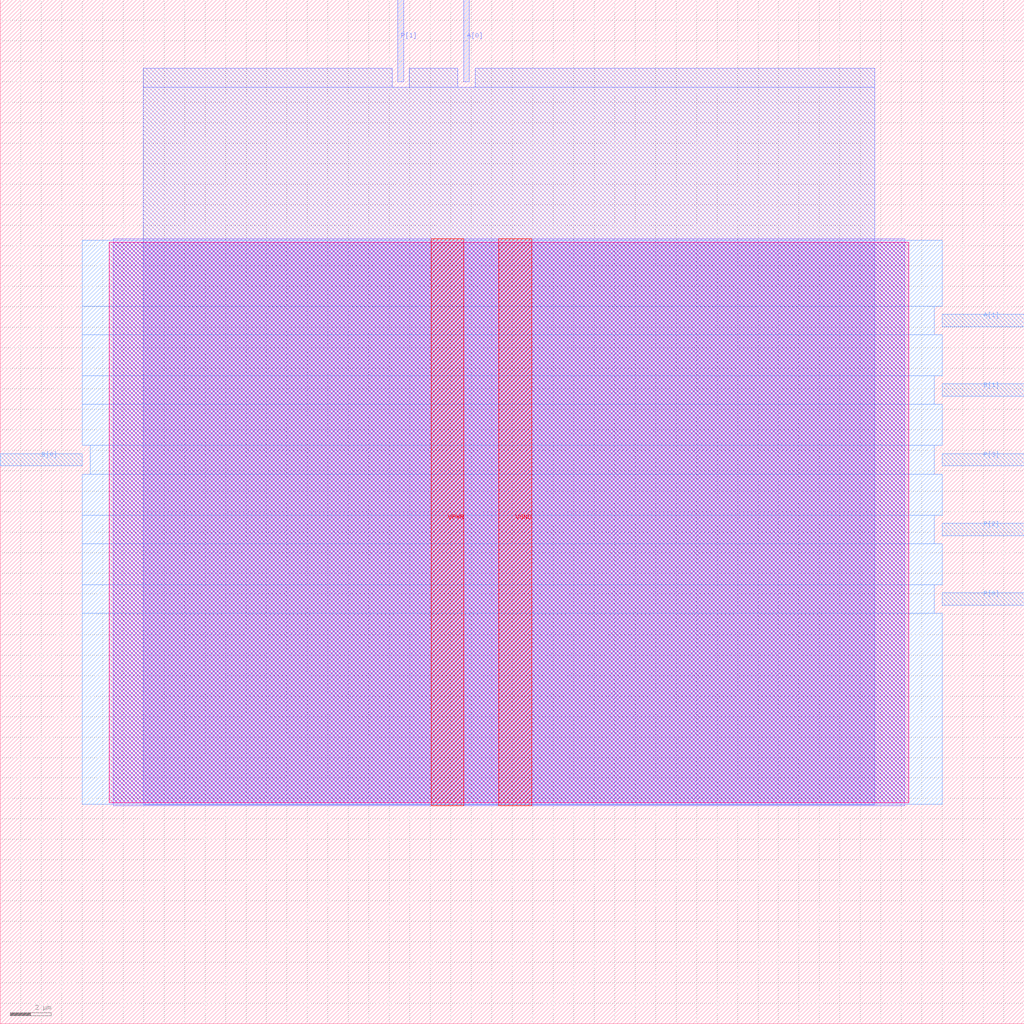
<source format=lef>
VERSION 5.7 ;
  NOWIREEXTENSIONATPIN ON ;
  DIVIDERCHAR "/" ;
  BUSBITCHARS "[]" ;
MACRO SARSA_RUIDO_e9_1
  CLASS BLOCK ;
  FOREIGN SARSA_RUIDO_e9_1 ;
  ORIGIN 0.000 0.000 ;
  SIZE 50.000 BY 50.000 ;
  PIN A[0]
    DIRECTION INPUT ;
    USE SIGNAL ;
    ANTENNAGATEAREA 0.196500 ;
    PORT
      LAYER met2 ;
        RECT 22.630 46.000 22.910 50.000 ;
    END
  END A[0]
  PIN A[1]
    DIRECTION INPUT ;
    USE SIGNAL ;
    ANTENNAGATEAREA 0.196500 ;
    PORT
      LAYER met3 ;
        RECT 46.000 34.040 50.000 34.640 ;
    END
  END A[1]
  PIN B[0]
    DIRECTION INPUT ;
    USE SIGNAL ;
    ANTENNAGATEAREA 0.196500 ;
    PORT
      LAYER met3 ;
        RECT 0.000 27.240 4.000 27.840 ;
    END
  END B[0]
  PIN B[1]
    DIRECTION INPUT ;
    USE SIGNAL ;
    ANTENNAGATEAREA 0.196500 ;
    PORT
      LAYER met3 ;
        RECT 46.000 30.640 50.000 31.240 ;
    END
  END B[1]
  PIN P[0]
    DIRECTION OUTPUT ;
    USE SIGNAL ;
    ANTENNADIFFAREA 0.445500 ;
    PORT
      LAYER met3 ;
        RECT 46.000 20.440 50.000 21.040 ;
    END
  END P[0]
  PIN P[1]
    DIRECTION OUTPUT ;
    USE SIGNAL ;
    ANTENNADIFFAREA 0.445500 ;
    PORT
      LAYER met2 ;
        RECT 19.410 46.000 19.690 50.000 ;
    END
  END P[1]
  PIN P[2]
    DIRECTION OUTPUT ;
    USE SIGNAL ;
    ANTENNADIFFAREA 0.445500 ;
    PORT
      LAYER met3 ;
        RECT 46.000 23.840 50.000 24.440 ;
    END
  END P[2]
  PIN P[3]
    DIRECTION OUTPUT ;
    USE SIGNAL ;
    ANTENNADIFFAREA 0.445500 ;
    PORT
      LAYER met3 ;
        RECT 46.000 27.240 50.000 27.840 ;
    END
  END P[3]
  PIN VGND
    DIRECTION INOUT ;
    USE GROUND ;
    PORT
      LAYER met4 ;
        RECT 24.340 10.640 25.940 38.320 ;
    END
  END VGND
  PIN VPWR
    DIRECTION INOUT ;
    USE POWER ;
    PORT
      LAYER met4 ;
        RECT 21.040 10.640 22.640 38.320 ;
    END
  END VPWR
  OBS
      LAYER nwell ;
        RECT 5.330 10.795 44.350 38.165 ;
      LAYER li1 ;
        RECT 5.520 10.795 44.160 38.165 ;
      LAYER met1 ;
        RECT 5.520 10.640 44.160 38.320 ;
      LAYER met2 ;
        RECT 6.990 45.720 19.130 46.650 ;
        RECT 19.970 45.720 22.350 46.650 ;
        RECT 23.190 45.720 42.690 46.650 ;
        RECT 6.990 10.695 42.690 45.720 ;
      LAYER met3 ;
        RECT 4.000 35.040 46.000 38.245 ;
        RECT 4.000 33.640 45.600 35.040 ;
        RECT 4.000 31.640 46.000 33.640 ;
        RECT 4.000 30.240 45.600 31.640 ;
        RECT 4.000 28.240 46.000 30.240 ;
        RECT 4.400 26.840 45.600 28.240 ;
        RECT 4.000 24.840 46.000 26.840 ;
        RECT 4.000 23.440 45.600 24.840 ;
        RECT 4.000 21.440 46.000 23.440 ;
        RECT 4.000 20.040 45.600 21.440 ;
        RECT 4.000 10.715 46.000 20.040 ;
  END
END SARSA_RUIDO_e9_1
END LIBRARY


</source>
